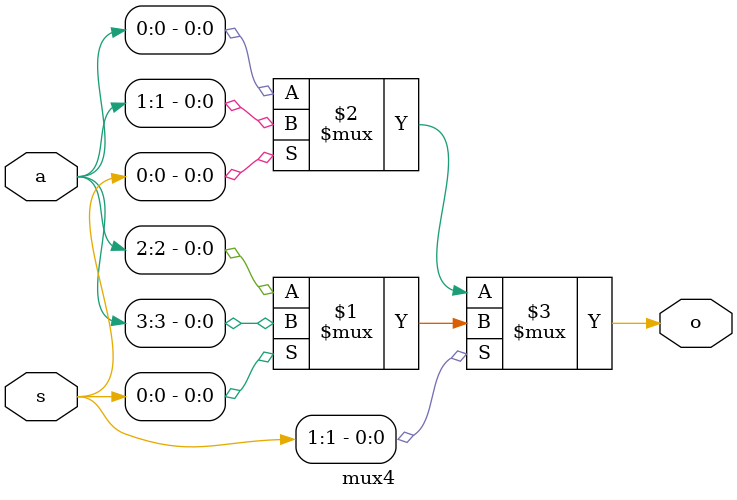
<source format=sv>
module mux4(input logic[3:0]a,
input logic[1:0]s,
output logic o);

assign o=s[1]?(s[0]?a[3]:a[2]):(s[0]?a[1]:a[0]);

endmodule

</source>
